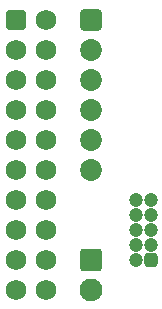
<source format=gts>
G04 Layer_Color=8388736*
%FSLAX25Y25*%
%MOIN*%
G70*
G01*
G75*
%ADD11C,0.06800*%
%ADD22C,0.07600*%
G04:AMPARAMS|DCode=23|XSize=76mil|YSize=76mil|CornerRadius=14.2mil|HoleSize=0mil|Usage=FLASHONLY|Rotation=180.000|XOffset=0mil|YOffset=0mil|HoleType=Round|Shape=RoundedRectangle|*
%AMROUNDEDRECTD23*
21,1,0.07600,0.04760,0,0,180.0*
21,1,0.04760,0.07600,0,0,180.0*
1,1,0.02840,-0.02380,0.02380*
1,1,0.02840,0.02380,0.02380*
1,1,0.02840,0.02380,-0.02380*
1,1,0.02840,-0.02380,-0.02380*
%
%ADD23ROUNDEDRECTD23*%
G04:AMPARAMS|DCode=24|XSize=68mil|YSize=68mil|CornerRadius=13mil|HoleSize=0mil|Usage=FLASHONLY|Rotation=270.000|XOffset=0mil|YOffset=0mil|HoleType=Round|Shape=RoundedRectangle|*
%AMROUNDEDRECTD24*
21,1,0.06800,0.04200,0,0,270.0*
21,1,0.04200,0.06800,0,0,270.0*
1,1,0.02600,-0.02100,-0.02100*
1,1,0.02600,-0.02100,0.02100*
1,1,0.02600,0.02100,0.02100*
1,1,0.02600,0.02100,-0.02100*
%
%ADD24ROUNDEDRECTD24*%
G04:AMPARAMS|DCode=25|XSize=47.37mil|YSize=47.37mil|CornerRadius=13.84mil|HoleSize=0mil|Usage=FLASHONLY|Rotation=90.000|XOffset=0mil|YOffset=0mil|HoleType=Round|Shape=RoundedRectangle|*
%AMROUNDEDRECTD25*
21,1,0.04737,0.01968,0,0,90.0*
21,1,0.01968,0.04737,0,0,90.0*
1,1,0.02768,0.00984,0.00984*
1,1,0.02768,0.00984,-0.00984*
1,1,0.02768,-0.00984,-0.00984*
1,1,0.02768,-0.00984,0.00984*
%
%ADD25ROUNDEDRECTD25*%
%ADD26C,0.04737*%
%ADD27C,0.07300*%
G04:AMPARAMS|DCode=28|XSize=73mil|YSize=73mil|CornerRadius=13.75mil|HoleSize=0mil|Usage=FLASHONLY|Rotation=180.000|XOffset=0mil|YOffset=0mil|HoleType=Round|Shape=RoundedRectangle|*
%AMROUNDEDRECTD28*
21,1,0.07300,0.04550,0,0,180.0*
21,1,0.04550,0.07300,0,0,180.0*
1,1,0.02750,-0.02275,0.02275*
1,1,0.02750,0.02275,0.02275*
1,1,0.02750,0.02275,-0.02275*
1,1,0.02750,-0.02275,-0.02275*
%
%ADD28ROUNDEDRECTD28*%
D11*
X10000Y-90000D02*
D03*
Y-80000D02*
D03*
Y-70000D02*
D03*
Y-60000D02*
D03*
Y-50000D02*
D03*
Y-40000D02*
D03*
Y-30000D02*
D03*
Y-20000D02*
D03*
Y-10000D02*
D03*
Y0D02*
D03*
X0Y-90000D02*
D03*
Y-80000D02*
D03*
Y-70000D02*
D03*
Y-60000D02*
D03*
Y-50000D02*
D03*
Y-40000D02*
D03*
Y-30000D02*
D03*
Y-20000D02*
D03*
Y-10000D02*
D03*
D22*
X25000Y-90000D02*
D03*
D23*
Y-80000D02*
D03*
D24*
X0Y0D02*
D03*
D25*
X45000Y-80000D02*
D03*
D26*
X40000D02*
D03*
Y-75000D02*
D03*
X45000D02*
D03*
X40000Y-70000D02*
D03*
X45000D02*
D03*
X40000Y-65000D02*
D03*
X45000D02*
D03*
X40000Y-60000D02*
D03*
X45000D02*
D03*
D27*
X25000Y-50000D02*
D03*
Y-40000D02*
D03*
Y-10000D02*
D03*
Y-20000D02*
D03*
Y-30000D02*
D03*
D28*
Y0D02*
D03*
M02*

</source>
